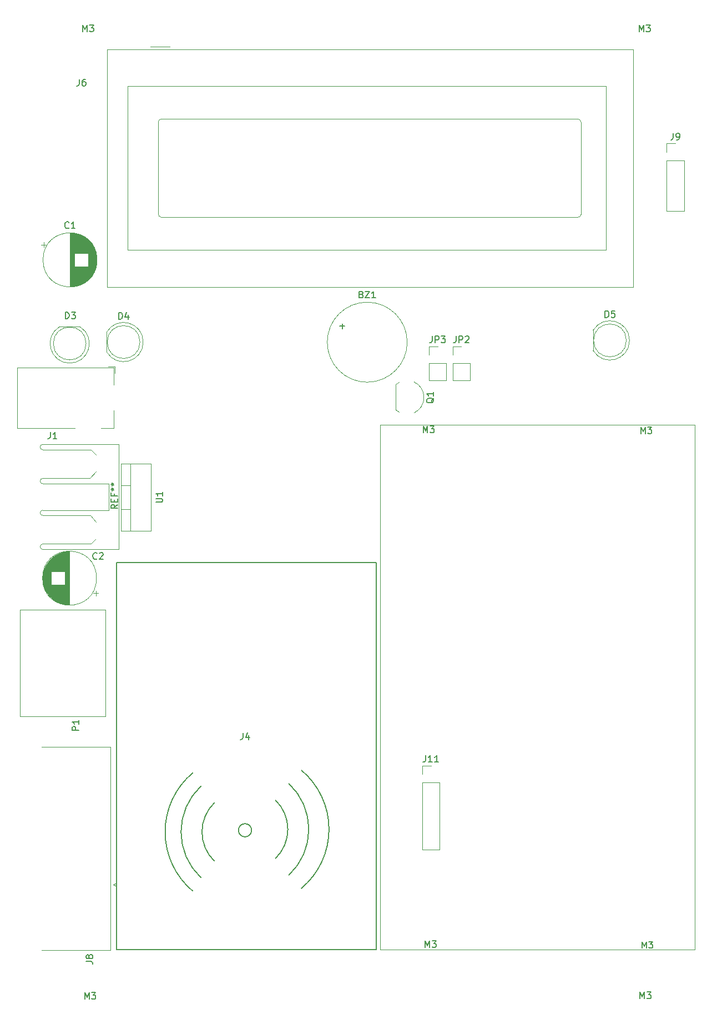
<source format=gbr>
G04 #@! TF.GenerationSoftware,KiCad,Pcbnew,5.1.8-db9833491~88~ubuntu18.04.1*
G04 #@! TF.CreationDate,2020-12-10T12:47:45+05:30*
G04 #@! TF.ProjectId,Permitme_main _sub_V1,5065726d-6974-46d6-955f-6d61696e205f,rev?*
G04 #@! TF.SameCoordinates,Original*
G04 #@! TF.FileFunction,Legend,Top*
G04 #@! TF.FilePolarity,Positive*
%FSLAX46Y46*%
G04 Gerber Fmt 4.6, Leading zero omitted, Abs format (unit mm)*
G04 Created by KiCad (PCBNEW 5.1.8-db9833491~88~ubuntu18.04.1) date 2020-12-10 12:47:45*
%MOMM*%
%LPD*%
G01*
G04 APERTURE LIST*
%ADD10C,0.100000*%
%ADD11C,0.120000*%
%ADD12C,0.200000*%
%ADD13C,0.150000*%
G04 APERTURE END LIST*
D10*
X136260000Y-161150000D02*
X136260000Y-81150000D01*
X88260000Y-161150000D02*
X136260000Y-161150000D01*
X136260000Y-81150000D02*
X88260000Y-81150000D01*
X88260000Y-81150000D02*
X88260000Y-161150000D01*
D11*
X48710000Y-90319000D02*
X50220000Y-90319000D01*
X48710000Y-94020000D02*
X50220000Y-94020000D01*
X50220000Y-97290000D02*
X50220000Y-87050000D01*
X48710000Y-87050000D02*
X53351000Y-87050000D01*
X48710000Y-97290000D02*
X53351000Y-97290000D01*
X53351000Y-97290000D02*
X53351000Y-87050000D01*
X48710000Y-97290000D02*
X48710000Y-87050000D01*
X46590000Y-66965000D02*
X46590000Y-70055000D01*
X51650000Y-68510000D02*
G75*
G03*
X51650000Y-68510000I-2500000J0D01*
G01*
X52140000Y-68509538D02*
G75*
G02*
X46590000Y-70054830I-2990000J-462D01*
G01*
X52140000Y-68510462D02*
G75*
G03*
X46590000Y-66965170I-2990000J462D01*
G01*
X125850000Y-68260000D02*
G75*
G03*
X125850000Y-68260000I-2500000J0D01*
G01*
X120790000Y-66715000D02*
X120790000Y-69805000D01*
X126340000Y-68260462D02*
G75*
G03*
X120790000Y-66715170I-2990000J462D01*
G01*
X126340000Y-68259538D02*
G75*
G02*
X120790000Y-69804830I-2990000J-462D01*
G01*
X92420000Y-68530000D02*
G75*
G03*
X92420000Y-68530000I-6100000J0D01*
G01*
X90680000Y-75010000D02*
X90680000Y-78860000D01*
X91257955Y-74627369D02*
G75*
G03*
X90680000Y-75010000I1122045J-2322631D01*
G01*
X93478807Y-74593600D02*
G75*
G02*
X94980000Y-76950000I-1098807J-2356400D01*
G01*
X93478807Y-79306400D02*
G75*
G03*
X94980000Y-76950000I-1098807J2356400D01*
G01*
X91267736Y-79252383D02*
G75*
G02*
X90680000Y-78860000I1112264J2302383D01*
G01*
X46350000Y-125560000D02*
X33350000Y-125560000D01*
X46350000Y-109360000D02*
X33350000Y-109360000D01*
X46350000Y-109360000D02*
X46350000Y-125560000D01*
X33350000Y-109360000D02*
X33350000Y-125560000D01*
X45020000Y-104510000D02*
G75*
G03*
X45020000Y-104510000I-4120000J0D01*
G01*
X40900000Y-108590000D02*
X40900000Y-100430000D01*
X40860000Y-108590000D02*
X40860000Y-100430000D01*
X40820000Y-108590000D02*
X40820000Y-100430000D01*
X40780000Y-108589000D02*
X40780000Y-100431000D01*
X40740000Y-108587000D02*
X40740000Y-100433000D01*
X40700000Y-108586000D02*
X40700000Y-100434000D01*
X40660000Y-108584000D02*
X40660000Y-100436000D01*
X40620000Y-108581000D02*
X40620000Y-100439000D01*
X40580000Y-108578000D02*
X40580000Y-100442000D01*
X40540000Y-108575000D02*
X40540000Y-100445000D01*
X40500000Y-108571000D02*
X40500000Y-100449000D01*
X40460000Y-108567000D02*
X40460000Y-100453000D01*
X40420000Y-108562000D02*
X40420000Y-100458000D01*
X40380000Y-108558000D02*
X40380000Y-100462000D01*
X40340000Y-108552000D02*
X40340000Y-100468000D01*
X40300000Y-108547000D02*
X40300000Y-100473000D01*
X40260000Y-108540000D02*
X40260000Y-100480000D01*
X40220000Y-108534000D02*
X40220000Y-100486000D01*
X40179000Y-108527000D02*
X40179000Y-105550000D01*
X40179000Y-103470000D02*
X40179000Y-100493000D01*
X40139000Y-108520000D02*
X40139000Y-105550000D01*
X40139000Y-103470000D02*
X40139000Y-100500000D01*
X40099000Y-108512000D02*
X40099000Y-105550000D01*
X40099000Y-103470000D02*
X40099000Y-100508000D01*
X40059000Y-108504000D02*
X40059000Y-105550000D01*
X40059000Y-103470000D02*
X40059000Y-100516000D01*
X40019000Y-108495000D02*
X40019000Y-105550000D01*
X40019000Y-103470000D02*
X40019000Y-100525000D01*
X39979000Y-108486000D02*
X39979000Y-105550000D01*
X39979000Y-103470000D02*
X39979000Y-100534000D01*
X39939000Y-108477000D02*
X39939000Y-105550000D01*
X39939000Y-103470000D02*
X39939000Y-100543000D01*
X39899000Y-108467000D02*
X39899000Y-105550000D01*
X39899000Y-103470000D02*
X39899000Y-100553000D01*
X39859000Y-108457000D02*
X39859000Y-105550000D01*
X39859000Y-103470000D02*
X39859000Y-100563000D01*
X39819000Y-108446000D02*
X39819000Y-105550000D01*
X39819000Y-103470000D02*
X39819000Y-100574000D01*
X39779000Y-108435000D02*
X39779000Y-105550000D01*
X39779000Y-103470000D02*
X39779000Y-100585000D01*
X39739000Y-108424000D02*
X39739000Y-105550000D01*
X39739000Y-103470000D02*
X39739000Y-100596000D01*
X39699000Y-108412000D02*
X39699000Y-105550000D01*
X39699000Y-103470000D02*
X39699000Y-100608000D01*
X39659000Y-108399000D02*
X39659000Y-105550000D01*
X39659000Y-103470000D02*
X39659000Y-100621000D01*
X39619000Y-108387000D02*
X39619000Y-105550000D01*
X39619000Y-103470000D02*
X39619000Y-100633000D01*
X39579000Y-108373000D02*
X39579000Y-105550000D01*
X39579000Y-103470000D02*
X39579000Y-100647000D01*
X39539000Y-108360000D02*
X39539000Y-105550000D01*
X39539000Y-103470000D02*
X39539000Y-100660000D01*
X39499000Y-108345000D02*
X39499000Y-105550000D01*
X39499000Y-103470000D02*
X39499000Y-100675000D01*
X39459000Y-108331000D02*
X39459000Y-105550000D01*
X39459000Y-103470000D02*
X39459000Y-100689000D01*
X39419000Y-108315000D02*
X39419000Y-105550000D01*
X39419000Y-103470000D02*
X39419000Y-100705000D01*
X39379000Y-108300000D02*
X39379000Y-105550000D01*
X39379000Y-103470000D02*
X39379000Y-100720000D01*
X39339000Y-108284000D02*
X39339000Y-105550000D01*
X39339000Y-103470000D02*
X39339000Y-100736000D01*
X39299000Y-108267000D02*
X39299000Y-105550000D01*
X39299000Y-103470000D02*
X39299000Y-100753000D01*
X39259000Y-108250000D02*
X39259000Y-105550000D01*
X39259000Y-103470000D02*
X39259000Y-100770000D01*
X39219000Y-108232000D02*
X39219000Y-105550000D01*
X39219000Y-103470000D02*
X39219000Y-100788000D01*
X39179000Y-108214000D02*
X39179000Y-105550000D01*
X39179000Y-103470000D02*
X39179000Y-100806000D01*
X39139000Y-108196000D02*
X39139000Y-105550000D01*
X39139000Y-103470000D02*
X39139000Y-100824000D01*
X39099000Y-108176000D02*
X39099000Y-105550000D01*
X39099000Y-103470000D02*
X39099000Y-100844000D01*
X39059000Y-108157000D02*
X39059000Y-105550000D01*
X39059000Y-103470000D02*
X39059000Y-100863000D01*
X39019000Y-108137000D02*
X39019000Y-105550000D01*
X39019000Y-103470000D02*
X39019000Y-100883000D01*
X38979000Y-108116000D02*
X38979000Y-105550000D01*
X38979000Y-103470000D02*
X38979000Y-100904000D01*
X38939000Y-108094000D02*
X38939000Y-105550000D01*
X38939000Y-103470000D02*
X38939000Y-100926000D01*
X38899000Y-108072000D02*
X38899000Y-105550000D01*
X38899000Y-103470000D02*
X38899000Y-100948000D01*
X38859000Y-108050000D02*
X38859000Y-105550000D01*
X38859000Y-103470000D02*
X38859000Y-100970000D01*
X38819000Y-108027000D02*
X38819000Y-105550000D01*
X38819000Y-103470000D02*
X38819000Y-100993000D01*
X38779000Y-108003000D02*
X38779000Y-105550000D01*
X38779000Y-103470000D02*
X38779000Y-101017000D01*
X38739000Y-107979000D02*
X38739000Y-105550000D01*
X38739000Y-103470000D02*
X38739000Y-101041000D01*
X38699000Y-107954000D02*
X38699000Y-105550000D01*
X38699000Y-103470000D02*
X38699000Y-101066000D01*
X38659000Y-107928000D02*
X38659000Y-105550000D01*
X38659000Y-103470000D02*
X38659000Y-101092000D01*
X38619000Y-107902000D02*
X38619000Y-105550000D01*
X38619000Y-103470000D02*
X38619000Y-101118000D01*
X38579000Y-107875000D02*
X38579000Y-105550000D01*
X38579000Y-103470000D02*
X38579000Y-101145000D01*
X38539000Y-107848000D02*
X38539000Y-105550000D01*
X38539000Y-103470000D02*
X38539000Y-101172000D01*
X38499000Y-107819000D02*
X38499000Y-105550000D01*
X38499000Y-103470000D02*
X38499000Y-101201000D01*
X38459000Y-107790000D02*
X38459000Y-105550000D01*
X38459000Y-103470000D02*
X38459000Y-101230000D01*
X38419000Y-107760000D02*
X38419000Y-105550000D01*
X38419000Y-103470000D02*
X38419000Y-101260000D01*
X38379000Y-107730000D02*
X38379000Y-105550000D01*
X38379000Y-103470000D02*
X38379000Y-101290000D01*
X38339000Y-107699000D02*
X38339000Y-105550000D01*
X38339000Y-103470000D02*
X38339000Y-101321000D01*
X38299000Y-107666000D02*
X38299000Y-105550000D01*
X38299000Y-103470000D02*
X38299000Y-101354000D01*
X38259000Y-107634000D02*
X38259000Y-105550000D01*
X38259000Y-103470000D02*
X38259000Y-101386000D01*
X38219000Y-107600000D02*
X38219000Y-105550000D01*
X38219000Y-103470000D02*
X38219000Y-101420000D01*
X38179000Y-107565000D02*
X38179000Y-105550000D01*
X38179000Y-103470000D02*
X38179000Y-101455000D01*
X38139000Y-107529000D02*
X38139000Y-105550000D01*
X38139000Y-103470000D02*
X38139000Y-101491000D01*
X38099000Y-107493000D02*
X38099000Y-101527000D01*
X38059000Y-107455000D02*
X38059000Y-101565000D01*
X38019000Y-107417000D02*
X38019000Y-101603000D01*
X37979000Y-107377000D02*
X37979000Y-101643000D01*
X37939000Y-107336000D02*
X37939000Y-101684000D01*
X37899000Y-107294000D02*
X37899000Y-101726000D01*
X37859000Y-107251000D02*
X37859000Y-101769000D01*
X37819000Y-107207000D02*
X37819000Y-101813000D01*
X37779000Y-107161000D02*
X37779000Y-101859000D01*
X37739000Y-107114000D02*
X37739000Y-101906000D01*
X37699000Y-107066000D02*
X37699000Y-101954000D01*
X37659000Y-107015000D02*
X37659000Y-102005000D01*
X37619000Y-106964000D02*
X37619000Y-102056000D01*
X37579000Y-106910000D02*
X37579000Y-102110000D01*
X37539000Y-106855000D02*
X37539000Y-102165000D01*
X37499000Y-106797000D02*
X37499000Y-102223000D01*
X37459000Y-106738000D02*
X37459000Y-102282000D01*
X37419000Y-106676000D02*
X37419000Y-102344000D01*
X37379000Y-106612000D02*
X37379000Y-102408000D01*
X37339000Y-106544000D02*
X37339000Y-102476000D01*
X37299000Y-106474000D02*
X37299000Y-102546000D01*
X37259000Y-106400000D02*
X37259000Y-102620000D01*
X37219000Y-106323000D02*
X37219000Y-102697000D01*
X37179000Y-106241000D02*
X37179000Y-102779000D01*
X37139000Y-106155000D02*
X37139000Y-102865000D01*
X37099000Y-106062000D02*
X37099000Y-102958000D01*
X37059000Y-105963000D02*
X37059000Y-103057000D01*
X37019000Y-105856000D02*
X37019000Y-103164000D01*
X36979000Y-105739000D02*
X36979000Y-103281000D01*
X36939000Y-105608000D02*
X36939000Y-103412000D01*
X36899000Y-105458000D02*
X36899000Y-103562000D01*
X36859000Y-105278000D02*
X36859000Y-103742000D01*
X36819000Y-105043000D02*
X36819000Y-103977000D01*
X45309698Y-106825000D02*
X44509698Y-106825000D01*
X44909698Y-107225000D02*
X44909698Y-106425000D01*
X36660000Y-130235000D02*
X47140000Y-130235000D01*
X47140000Y-130235000D02*
X47140000Y-161205000D01*
X47140000Y-161205000D02*
X36660000Y-161205000D01*
X48034338Y-151010000D02*
X48034338Y-151510000D01*
X48034338Y-151510000D02*
X47601325Y-151260000D01*
X47601325Y-151260000D02*
X48034338Y-151010000D01*
X99360000Y-69160000D02*
X100690000Y-69160000D01*
X99360000Y-70490000D02*
X99360000Y-69160000D01*
X99360000Y-71760000D02*
X102020000Y-71760000D01*
X102020000Y-71760000D02*
X102020000Y-74360000D01*
X99360000Y-71760000D02*
X99360000Y-74360000D01*
X99360000Y-74360000D02*
X102020000Y-74360000D01*
X36970302Y-53265000D02*
X36970302Y-54065000D01*
X36570302Y-53665000D02*
X37370302Y-53665000D01*
X45061000Y-55447000D02*
X45061000Y-56513000D01*
X45021000Y-55212000D02*
X45021000Y-56748000D01*
X44981000Y-55032000D02*
X44981000Y-56928000D01*
X44941000Y-54882000D02*
X44941000Y-57078000D01*
X44901000Y-54751000D02*
X44901000Y-57209000D01*
X44861000Y-54634000D02*
X44861000Y-57326000D01*
X44821000Y-54527000D02*
X44821000Y-57433000D01*
X44781000Y-54428000D02*
X44781000Y-57532000D01*
X44741000Y-54335000D02*
X44741000Y-57625000D01*
X44701000Y-54249000D02*
X44701000Y-57711000D01*
X44661000Y-54167000D02*
X44661000Y-57793000D01*
X44621000Y-54090000D02*
X44621000Y-57870000D01*
X44581000Y-54016000D02*
X44581000Y-57944000D01*
X44541000Y-53946000D02*
X44541000Y-58014000D01*
X44501000Y-53878000D02*
X44501000Y-58082000D01*
X44461000Y-53814000D02*
X44461000Y-58146000D01*
X44421000Y-53752000D02*
X44421000Y-58208000D01*
X44381000Y-53693000D02*
X44381000Y-58267000D01*
X44341000Y-53635000D02*
X44341000Y-58325000D01*
X44301000Y-53580000D02*
X44301000Y-58380000D01*
X44261000Y-53526000D02*
X44261000Y-58434000D01*
X44221000Y-53475000D02*
X44221000Y-58485000D01*
X44181000Y-53424000D02*
X44181000Y-58536000D01*
X44141000Y-53376000D02*
X44141000Y-58584000D01*
X44101000Y-53329000D02*
X44101000Y-58631000D01*
X44061000Y-53283000D02*
X44061000Y-58677000D01*
X44021000Y-53239000D02*
X44021000Y-58721000D01*
X43981000Y-53196000D02*
X43981000Y-58764000D01*
X43941000Y-53154000D02*
X43941000Y-58806000D01*
X43901000Y-53113000D02*
X43901000Y-58847000D01*
X43861000Y-53073000D02*
X43861000Y-58887000D01*
X43821000Y-53035000D02*
X43821000Y-58925000D01*
X43781000Y-52997000D02*
X43781000Y-58963000D01*
X43741000Y-57020000D02*
X43741000Y-58999000D01*
X43741000Y-52961000D02*
X43741000Y-54940000D01*
X43701000Y-57020000D02*
X43701000Y-59035000D01*
X43701000Y-52925000D02*
X43701000Y-54940000D01*
X43661000Y-57020000D02*
X43661000Y-59070000D01*
X43661000Y-52890000D02*
X43661000Y-54940000D01*
X43621000Y-57020000D02*
X43621000Y-59104000D01*
X43621000Y-52856000D02*
X43621000Y-54940000D01*
X43581000Y-57020000D02*
X43581000Y-59136000D01*
X43581000Y-52824000D02*
X43581000Y-54940000D01*
X43541000Y-57020000D02*
X43541000Y-59169000D01*
X43541000Y-52791000D02*
X43541000Y-54940000D01*
X43501000Y-57020000D02*
X43501000Y-59200000D01*
X43501000Y-52760000D02*
X43501000Y-54940000D01*
X43461000Y-57020000D02*
X43461000Y-59230000D01*
X43461000Y-52730000D02*
X43461000Y-54940000D01*
X43421000Y-57020000D02*
X43421000Y-59260000D01*
X43421000Y-52700000D02*
X43421000Y-54940000D01*
X43381000Y-57020000D02*
X43381000Y-59289000D01*
X43381000Y-52671000D02*
X43381000Y-54940000D01*
X43341000Y-57020000D02*
X43341000Y-59318000D01*
X43341000Y-52642000D02*
X43341000Y-54940000D01*
X43301000Y-57020000D02*
X43301000Y-59345000D01*
X43301000Y-52615000D02*
X43301000Y-54940000D01*
X43261000Y-57020000D02*
X43261000Y-59372000D01*
X43261000Y-52588000D02*
X43261000Y-54940000D01*
X43221000Y-57020000D02*
X43221000Y-59398000D01*
X43221000Y-52562000D02*
X43221000Y-54940000D01*
X43181000Y-57020000D02*
X43181000Y-59424000D01*
X43181000Y-52536000D02*
X43181000Y-54940000D01*
X43141000Y-57020000D02*
X43141000Y-59449000D01*
X43141000Y-52511000D02*
X43141000Y-54940000D01*
X43101000Y-57020000D02*
X43101000Y-59473000D01*
X43101000Y-52487000D02*
X43101000Y-54940000D01*
X43061000Y-57020000D02*
X43061000Y-59497000D01*
X43061000Y-52463000D02*
X43061000Y-54940000D01*
X43021000Y-57020000D02*
X43021000Y-59520000D01*
X43021000Y-52440000D02*
X43021000Y-54940000D01*
X42981000Y-57020000D02*
X42981000Y-59542000D01*
X42981000Y-52418000D02*
X42981000Y-54940000D01*
X42941000Y-57020000D02*
X42941000Y-59564000D01*
X42941000Y-52396000D02*
X42941000Y-54940000D01*
X42901000Y-57020000D02*
X42901000Y-59586000D01*
X42901000Y-52374000D02*
X42901000Y-54940000D01*
X42861000Y-57020000D02*
X42861000Y-59607000D01*
X42861000Y-52353000D02*
X42861000Y-54940000D01*
X42821000Y-57020000D02*
X42821000Y-59627000D01*
X42821000Y-52333000D02*
X42821000Y-54940000D01*
X42781000Y-57020000D02*
X42781000Y-59646000D01*
X42781000Y-52314000D02*
X42781000Y-54940000D01*
X42741000Y-57020000D02*
X42741000Y-59666000D01*
X42741000Y-52294000D02*
X42741000Y-54940000D01*
X42701000Y-57020000D02*
X42701000Y-59684000D01*
X42701000Y-52276000D02*
X42701000Y-54940000D01*
X42661000Y-57020000D02*
X42661000Y-59702000D01*
X42661000Y-52258000D02*
X42661000Y-54940000D01*
X42621000Y-57020000D02*
X42621000Y-59720000D01*
X42621000Y-52240000D02*
X42621000Y-54940000D01*
X42581000Y-57020000D02*
X42581000Y-59737000D01*
X42581000Y-52223000D02*
X42581000Y-54940000D01*
X42541000Y-57020000D02*
X42541000Y-59754000D01*
X42541000Y-52206000D02*
X42541000Y-54940000D01*
X42501000Y-57020000D02*
X42501000Y-59770000D01*
X42501000Y-52190000D02*
X42501000Y-54940000D01*
X42461000Y-57020000D02*
X42461000Y-59785000D01*
X42461000Y-52175000D02*
X42461000Y-54940000D01*
X42421000Y-57020000D02*
X42421000Y-59801000D01*
X42421000Y-52159000D02*
X42421000Y-54940000D01*
X42381000Y-57020000D02*
X42381000Y-59815000D01*
X42381000Y-52145000D02*
X42381000Y-54940000D01*
X42341000Y-57020000D02*
X42341000Y-59830000D01*
X42341000Y-52130000D02*
X42341000Y-54940000D01*
X42301000Y-57020000D02*
X42301000Y-59843000D01*
X42301000Y-52117000D02*
X42301000Y-54940000D01*
X42261000Y-57020000D02*
X42261000Y-59857000D01*
X42261000Y-52103000D02*
X42261000Y-54940000D01*
X42221000Y-57020000D02*
X42221000Y-59869000D01*
X42221000Y-52091000D02*
X42221000Y-54940000D01*
X42181000Y-57020000D02*
X42181000Y-59882000D01*
X42181000Y-52078000D02*
X42181000Y-54940000D01*
X42141000Y-57020000D02*
X42141000Y-59894000D01*
X42141000Y-52066000D02*
X42141000Y-54940000D01*
X42101000Y-57020000D02*
X42101000Y-59905000D01*
X42101000Y-52055000D02*
X42101000Y-54940000D01*
X42061000Y-57020000D02*
X42061000Y-59916000D01*
X42061000Y-52044000D02*
X42061000Y-54940000D01*
X42021000Y-57020000D02*
X42021000Y-59927000D01*
X42021000Y-52033000D02*
X42021000Y-54940000D01*
X41981000Y-57020000D02*
X41981000Y-59937000D01*
X41981000Y-52023000D02*
X41981000Y-54940000D01*
X41941000Y-57020000D02*
X41941000Y-59947000D01*
X41941000Y-52013000D02*
X41941000Y-54940000D01*
X41901000Y-57020000D02*
X41901000Y-59956000D01*
X41901000Y-52004000D02*
X41901000Y-54940000D01*
X41861000Y-57020000D02*
X41861000Y-59965000D01*
X41861000Y-51995000D02*
X41861000Y-54940000D01*
X41821000Y-57020000D02*
X41821000Y-59974000D01*
X41821000Y-51986000D02*
X41821000Y-54940000D01*
X41781000Y-57020000D02*
X41781000Y-59982000D01*
X41781000Y-51978000D02*
X41781000Y-54940000D01*
X41741000Y-57020000D02*
X41741000Y-59990000D01*
X41741000Y-51970000D02*
X41741000Y-54940000D01*
X41701000Y-57020000D02*
X41701000Y-59997000D01*
X41701000Y-51963000D02*
X41701000Y-54940000D01*
X41660000Y-51956000D02*
X41660000Y-60004000D01*
X41620000Y-51950000D02*
X41620000Y-60010000D01*
X41580000Y-51943000D02*
X41580000Y-60017000D01*
X41540000Y-51938000D02*
X41540000Y-60022000D01*
X41500000Y-51932000D02*
X41500000Y-60028000D01*
X41460000Y-51928000D02*
X41460000Y-60032000D01*
X41420000Y-51923000D02*
X41420000Y-60037000D01*
X41380000Y-51919000D02*
X41380000Y-60041000D01*
X41340000Y-51915000D02*
X41340000Y-60045000D01*
X41300000Y-51912000D02*
X41300000Y-60048000D01*
X41260000Y-51909000D02*
X41260000Y-60051000D01*
X41220000Y-51906000D02*
X41220000Y-60054000D01*
X41180000Y-51904000D02*
X41180000Y-60056000D01*
X41140000Y-51903000D02*
X41140000Y-60057000D01*
X41100000Y-51901000D02*
X41100000Y-60059000D01*
X41060000Y-51900000D02*
X41060000Y-60060000D01*
X41020000Y-51900000D02*
X41020000Y-60060000D01*
X40980000Y-51900000D02*
X40980000Y-60060000D01*
X45100000Y-55980000D02*
G75*
G03*
X45100000Y-55980000I-4120000J0D01*
G01*
X46600000Y-60140000D02*
X126880000Y-60140000D01*
X126880000Y-60140000D02*
X126880000Y-23860000D01*
X126880000Y-23860000D02*
X47400000Y-23860000D01*
X46600000Y-23860000D02*
X46600000Y-60140000D01*
X46610000Y-23860000D02*
X47400000Y-23860000D01*
X53240000Y-23500000D02*
X56240000Y-23500000D01*
X54940000Y-34500000D02*
X118440000Y-34500000D01*
X54440280Y-48999320D02*
X54440280Y-35000000D01*
X118440660Y-49500000D02*
X54940000Y-49500000D01*
X118940000Y-35000000D02*
X118940000Y-49000000D01*
X49740000Y-29500000D02*
X122740000Y-29500000D01*
X122740000Y-29500000D02*
X122740000Y-54500000D01*
X122740000Y-54500000D02*
X49740000Y-54500000D01*
X49740000Y-54500000D02*
X49740000Y-29500000D01*
X54940660Y-34498460D02*
G75*
G03*
X54440280Y-34998840I0J-500380D01*
G01*
X54440280Y-48999320D02*
G75*
G03*
X54940660Y-49499700I500380J0D01*
G01*
X118440660Y-49499700D02*
G75*
G03*
X118941040Y-48999320I0J500380D01*
G01*
X118940000Y-35000000D02*
G75*
G03*
X118440000Y-34500000I-500000J0D01*
G01*
X132000000Y-48510000D02*
X134660000Y-48510000D01*
X132000000Y-40830000D02*
X132000000Y-48510000D01*
X134660000Y-40830000D02*
X134660000Y-48510000D01*
X132000000Y-40830000D02*
X134660000Y-40830000D01*
X132000000Y-39560000D02*
X132000000Y-38230000D01*
X132000000Y-38230000D02*
X133330000Y-38230000D01*
X94710000Y-145906000D02*
X97370000Y-145906000D01*
X94710000Y-135686000D02*
X94710000Y-145906000D01*
X97370000Y-135686000D02*
X97370000Y-145906000D01*
X94710000Y-135686000D02*
X97370000Y-135686000D01*
X94710000Y-134416000D02*
X94710000Y-133086000D01*
X94710000Y-133086000D02*
X96040000Y-133086000D01*
X48430000Y-100110000D02*
X48430000Y-84110000D01*
X36880000Y-99290000D02*
X44200000Y-99290000D01*
X36840000Y-84950000D02*
X44210000Y-84950000D01*
X44060000Y-94930000D02*
X36820000Y-94940000D01*
X44200000Y-99290000D02*
X44940000Y-98460000D01*
X46890000Y-94150000D02*
X36810000Y-94139875D01*
X36850000Y-100130000D02*
X48408044Y-100131956D01*
X44910000Y-95930000D02*
X44060000Y-94930000D01*
X46890000Y-94150000D02*
X46890000Y-90130000D01*
X46890000Y-90130000D02*
X36860000Y-90120000D01*
X36840000Y-84110000D02*
X48430000Y-84110000D01*
X44970000Y-88260000D02*
X44050000Y-89290000D01*
X44210000Y-84950000D02*
X44940000Y-85740000D01*
X44050000Y-89290000D02*
X36842000Y-89280005D01*
X36840000Y-84950000D02*
G75*
G02*
X36840000Y-84110000I0J420000D01*
G01*
X36840000Y-90120000D02*
G75*
G02*
X36842000Y-89280005I2000J419995D01*
G01*
X36820000Y-94940000D02*
G75*
G02*
X36810000Y-94139875I0J400125D01*
G01*
X36840000Y-100130000D02*
G75*
G02*
X36840000Y-99290000I0J420000D01*
G01*
D12*
X68671997Y-142943921D02*
G75*
G03*
X68671997Y-142943921I-999997J0D01*
G01*
D13*
X87690000Y-102160000D02*
X48090000Y-102160000D01*
X87690000Y-102160000D02*
X87690000Y-161160000D01*
X87690000Y-161160000D02*
X48090000Y-161160000D01*
X48090000Y-102160000D02*
X48090000Y-161160000D01*
D12*
X72327572Y-138359381D02*
G75*
G02*
X72312910Y-147251101I-4300648J-4438781D01*
G01*
X74360543Y-135820354D02*
G75*
G02*
X74361318Y-149791075I-6490810J-6985721D01*
G01*
X76275624Y-133790298D02*
G75*
G02*
X76281330Y-151795085I-7524316J-9004779D01*
G01*
X62989861Y-147639737D02*
G75*
G02*
X63004522Y-138748019I4300647J4438780D01*
G01*
X60956889Y-150178765D02*
G75*
G02*
X60956114Y-136208044I6490810J6985721D01*
G01*
X59695706Y-152208822D02*
G75*
G02*
X59690000Y-134204035I7524316J9004779D01*
G01*
D11*
X95730000Y-74360000D02*
X98390000Y-74360000D01*
X95730000Y-71760000D02*
X95730000Y-74360000D01*
X98390000Y-71760000D02*
X98390000Y-74360000D01*
X95730000Y-71760000D02*
X98390000Y-71760000D01*
X95730000Y-70490000D02*
X95730000Y-69160000D01*
X95730000Y-69160000D02*
X97060000Y-69160000D01*
X47840000Y-73290000D02*
X47840000Y-72240000D01*
X46790000Y-72240000D02*
X47840000Y-72240000D01*
X41740000Y-81640000D02*
X32940000Y-81640000D01*
X32940000Y-81640000D02*
X32940000Y-72440000D01*
X47640000Y-78940000D02*
X47640000Y-81640000D01*
X47640000Y-81640000D02*
X45740000Y-81640000D01*
X32940000Y-72440000D02*
X47640000Y-72440000D01*
X47640000Y-72440000D02*
X47640000Y-75040000D01*
X43430000Y-68730000D02*
G75*
G03*
X43430000Y-68730000I-2500000J0D01*
G01*
X42475000Y-66170000D02*
X39385000Y-66170000D01*
X40929538Y-71720000D02*
G75*
G03*
X42474830Y-66170000I462J2990000D01*
G01*
X40930462Y-71720000D02*
G75*
G02*
X39385170Y-66170000I-462J2990000D01*
G01*
D13*
X54092380Y-92931904D02*
X54901904Y-92931904D01*
X54997142Y-92884285D01*
X55044761Y-92836666D01*
X55092380Y-92741428D01*
X55092380Y-92550952D01*
X55044761Y-92455714D01*
X54997142Y-92408095D01*
X54901904Y-92360476D01*
X54092380Y-92360476D01*
X55092380Y-91360476D02*
X55092380Y-91931904D01*
X55092380Y-91646190D02*
X54092380Y-91646190D01*
X54235238Y-91741428D01*
X54330476Y-91836666D01*
X54378095Y-91931904D01*
X48411904Y-65002380D02*
X48411904Y-64002380D01*
X48650000Y-64002380D01*
X48792857Y-64050000D01*
X48888095Y-64145238D01*
X48935714Y-64240476D01*
X48983333Y-64430952D01*
X48983333Y-64573809D01*
X48935714Y-64764285D01*
X48888095Y-64859523D01*
X48792857Y-64954761D01*
X48650000Y-65002380D01*
X48411904Y-65002380D01*
X49840476Y-64335714D02*
X49840476Y-65002380D01*
X49602380Y-63954761D02*
X49364285Y-64669047D01*
X49983333Y-64669047D01*
X122611904Y-64752380D02*
X122611904Y-63752380D01*
X122850000Y-63752380D01*
X122992857Y-63800000D01*
X123088095Y-63895238D01*
X123135714Y-63990476D01*
X123183333Y-64180952D01*
X123183333Y-64323809D01*
X123135714Y-64514285D01*
X123088095Y-64609523D01*
X122992857Y-64704761D01*
X122850000Y-64752380D01*
X122611904Y-64752380D01*
X124088095Y-63752380D02*
X123611904Y-63752380D01*
X123564285Y-64228571D01*
X123611904Y-64180952D01*
X123707142Y-64133333D01*
X123945238Y-64133333D01*
X124040476Y-64180952D01*
X124088095Y-64228571D01*
X124135714Y-64323809D01*
X124135714Y-64561904D01*
X124088095Y-64657142D01*
X124040476Y-64704761D01*
X123945238Y-64752380D01*
X123707142Y-64752380D01*
X123611904Y-64704761D01*
X123564285Y-64657142D01*
X43220476Y-168692380D02*
X43220476Y-167692380D01*
X43553809Y-168406666D01*
X43887142Y-167692380D01*
X43887142Y-168692380D01*
X44268095Y-167692380D02*
X44887142Y-167692380D01*
X44553809Y-168073333D01*
X44696666Y-168073333D01*
X44791904Y-168120952D01*
X44839523Y-168168571D01*
X44887142Y-168263809D01*
X44887142Y-168501904D01*
X44839523Y-168597142D01*
X44791904Y-168644761D01*
X44696666Y-168692380D01*
X44410952Y-168692380D01*
X44315714Y-168644761D01*
X44268095Y-168597142D01*
X85439047Y-61258571D02*
X85581904Y-61306190D01*
X85629523Y-61353809D01*
X85677142Y-61449047D01*
X85677142Y-61591904D01*
X85629523Y-61687142D01*
X85581904Y-61734761D01*
X85486666Y-61782380D01*
X85105714Y-61782380D01*
X85105714Y-60782380D01*
X85439047Y-60782380D01*
X85534285Y-60830000D01*
X85581904Y-60877619D01*
X85629523Y-60972857D01*
X85629523Y-61068095D01*
X85581904Y-61163333D01*
X85534285Y-61210952D01*
X85439047Y-61258571D01*
X85105714Y-61258571D01*
X86010476Y-60782380D02*
X86677142Y-60782380D01*
X86010476Y-61782380D01*
X86677142Y-61782380D01*
X87581904Y-61782380D02*
X87010476Y-61782380D01*
X87296190Y-61782380D02*
X87296190Y-60782380D01*
X87200952Y-60925238D01*
X87105714Y-61020476D01*
X87010476Y-61068095D01*
X82129047Y-66061428D02*
X82890952Y-66061428D01*
X82510000Y-66442380D02*
X82510000Y-65680476D01*
X96487619Y-77045238D02*
X96440000Y-77140476D01*
X96344761Y-77235714D01*
X96201904Y-77378571D01*
X96154285Y-77473809D01*
X96154285Y-77569047D01*
X96392380Y-77521428D02*
X96344761Y-77616666D01*
X96249523Y-77711904D01*
X96059047Y-77759523D01*
X95725714Y-77759523D01*
X95535238Y-77711904D01*
X95440000Y-77616666D01*
X95392380Y-77521428D01*
X95392380Y-77330952D01*
X95440000Y-77235714D01*
X95535238Y-77140476D01*
X95725714Y-77092857D01*
X96059047Y-77092857D01*
X96249523Y-77140476D01*
X96344761Y-77235714D01*
X96392380Y-77330952D01*
X96392380Y-77521428D01*
X96392380Y-76140476D02*
X96392380Y-76711904D01*
X96392380Y-76426190D02*
X95392380Y-76426190D01*
X95535238Y-76521428D01*
X95630476Y-76616666D01*
X95678095Y-76711904D01*
X42322380Y-127678095D02*
X41322380Y-127678095D01*
X41322380Y-127297142D01*
X41370000Y-127201904D01*
X41417619Y-127154285D01*
X41512857Y-127106666D01*
X41655714Y-127106666D01*
X41750952Y-127154285D01*
X41798571Y-127201904D01*
X41846190Y-127297142D01*
X41846190Y-127678095D01*
X42322380Y-126154285D02*
X42322380Y-126725714D01*
X42322380Y-126440000D02*
X41322380Y-126440000D01*
X41465238Y-126535238D01*
X41560476Y-126630476D01*
X41608095Y-126725714D01*
X95160476Y-160802380D02*
X95160476Y-159802380D01*
X95493809Y-160516666D01*
X95827142Y-159802380D01*
X95827142Y-160802380D01*
X96208095Y-159802380D02*
X96827142Y-159802380D01*
X96493809Y-160183333D01*
X96636666Y-160183333D01*
X96731904Y-160230952D01*
X96779523Y-160278571D01*
X96827142Y-160373809D01*
X96827142Y-160611904D01*
X96779523Y-160707142D01*
X96731904Y-160754761D01*
X96636666Y-160802380D01*
X96350952Y-160802380D01*
X96255714Y-160754761D01*
X96208095Y-160707142D01*
X45073333Y-101537142D02*
X45025714Y-101584761D01*
X44882857Y-101632380D01*
X44787619Y-101632380D01*
X44644761Y-101584761D01*
X44549523Y-101489523D01*
X44501904Y-101394285D01*
X44454285Y-101203809D01*
X44454285Y-101060952D01*
X44501904Y-100870476D01*
X44549523Y-100775238D01*
X44644761Y-100680000D01*
X44787619Y-100632380D01*
X44882857Y-100632380D01*
X45025714Y-100680000D01*
X45073333Y-100727619D01*
X45454285Y-100727619D02*
X45501904Y-100680000D01*
X45597142Y-100632380D01*
X45835238Y-100632380D01*
X45930476Y-100680000D01*
X45978095Y-100727619D01*
X46025714Y-100822857D01*
X46025714Y-100918095D01*
X45978095Y-101060952D01*
X45406666Y-101632380D01*
X46025714Y-101632380D01*
X128230476Y-160912380D02*
X128230476Y-159912380D01*
X128563809Y-160626666D01*
X128897142Y-159912380D01*
X128897142Y-160912380D01*
X129278095Y-159912380D02*
X129897142Y-159912380D01*
X129563809Y-160293333D01*
X129706666Y-160293333D01*
X129801904Y-160340952D01*
X129849523Y-160388571D01*
X129897142Y-160483809D01*
X129897142Y-160721904D01*
X129849523Y-160817142D01*
X129801904Y-160864761D01*
X129706666Y-160912380D01*
X129420952Y-160912380D01*
X129325714Y-160864761D01*
X129278095Y-160817142D01*
X128060476Y-82462380D02*
X128060476Y-81462380D01*
X128393809Y-82176666D01*
X128727142Y-81462380D01*
X128727142Y-82462380D01*
X129108095Y-81462380D02*
X129727142Y-81462380D01*
X129393809Y-81843333D01*
X129536666Y-81843333D01*
X129631904Y-81890952D01*
X129679523Y-81938571D01*
X129727142Y-82033809D01*
X129727142Y-82271904D01*
X129679523Y-82367142D01*
X129631904Y-82414761D01*
X129536666Y-82462380D01*
X129250952Y-82462380D01*
X129155714Y-82414761D01*
X129108095Y-82367142D01*
X127950476Y-168612380D02*
X127950476Y-167612380D01*
X128283809Y-168326666D01*
X128617142Y-167612380D01*
X128617142Y-168612380D01*
X128998095Y-167612380D02*
X129617142Y-167612380D01*
X129283809Y-167993333D01*
X129426666Y-167993333D01*
X129521904Y-168040952D01*
X129569523Y-168088571D01*
X129617142Y-168183809D01*
X129617142Y-168421904D01*
X129569523Y-168517142D01*
X129521904Y-168564761D01*
X129426666Y-168612380D01*
X129140952Y-168612380D01*
X129045714Y-168564761D01*
X128998095Y-168517142D01*
X43442380Y-162943333D02*
X44156666Y-162943333D01*
X44299523Y-162990952D01*
X44394761Y-163086190D01*
X44442380Y-163229047D01*
X44442380Y-163324285D01*
X43870952Y-162324285D02*
X43823333Y-162419523D01*
X43775714Y-162467142D01*
X43680476Y-162514761D01*
X43632857Y-162514761D01*
X43537619Y-162467142D01*
X43490000Y-162419523D01*
X43442380Y-162324285D01*
X43442380Y-162133809D01*
X43490000Y-162038571D01*
X43537619Y-161990952D01*
X43632857Y-161943333D01*
X43680476Y-161943333D01*
X43775714Y-161990952D01*
X43823333Y-162038571D01*
X43870952Y-162133809D01*
X43870952Y-162324285D01*
X43918571Y-162419523D01*
X43966190Y-162467142D01*
X44061428Y-162514761D01*
X44251904Y-162514761D01*
X44347142Y-162467142D01*
X44394761Y-162419523D01*
X44442380Y-162324285D01*
X44442380Y-162133809D01*
X44394761Y-162038571D01*
X44347142Y-161990952D01*
X44251904Y-161943333D01*
X44061428Y-161943333D01*
X43966190Y-161990952D01*
X43918571Y-162038571D01*
X43870952Y-162133809D01*
X99856666Y-67612380D02*
X99856666Y-68326666D01*
X99809047Y-68469523D01*
X99713809Y-68564761D01*
X99570952Y-68612380D01*
X99475714Y-68612380D01*
X100332857Y-68612380D02*
X100332857Y-67612380D01*
X100713809Y-67612380D01*
X100809047Y-67660000D01*
X100856666Y-67707619D01*
X100904285Y-67802857D01*
X100904285Y-67945714D01*
X100856666Y-68040952D01*
X100809047Y-68088571D01*
X100713809Y-68136190D01*
X100332857Y-68136190D01*
X101285238Y-67707619D02*
X101332857Y-67660000D01*
X101428095Y-67612380D01*
X101666190Y-67612380D01*
X101761428Y-67660000D01*
X101809047Y-67707619D01*
X101856666Y-67802857D01*
X101856666Y-67898095D01*
X101809047Y-68040952D01*
X101237619Y-68612380D01*
X101856666Y-68612380D01*
X94860476Y-82332380D02*
X94860476Y-81332380D01*
X95193809Y-82046666D01*
X95527142Y-81332380D01*
X95527142Y-82332380D01*
X95908095Y-81332380D02*
X96527142Y-81332380D01*
X96193809Y-81713333D01*
X96336666Y-81713333D01*
X96431904Y-81760952D01*
X96479523Y-81808571D01*
X96527142Y-81903809D01*
X96527142Y-82141904D01*
X96479523Y-82237142D01*
X96431904Y-82284761D01*
X96336666Y-82332380D01*
X96050952Y-82332380D01*
X95955714Y-82284761D01*
X95908095Y-82237142D01*
X40813333Y-51087142D02*
X40765714Y-51134761D01*
X40622857Y-51182380D01*
X40527619Y-51182380D01*
X40384761Y-51134761D01*
X40289523Y-51039523D01*
X40241904Y-50944285D01*
X40194285Y-50753809D01*
X40194285Y-50610952D01*
X40241904Y-50420476D01*
X40289523Y-50325238D01*
X40384761Y-50230000D01*
X40527619Y-50182380D01*
X40622857Y-50182380D01*
X40765714Y-50230000D01*
X40813333Y-50277619D01*
X41765714Y-51182380D02*
X41194285Y-51182380D01*
X41480000Y-51182380D02*
X41480000Y-50182380D01*
X41384761Y-50325238D01*
X41289523Y-50420476D01*
X41194285Y-50468095D01*
X42386666Y-28442380D02*
X42386666Y-29156666D01*
X42339047Y-29299523D01*
X42243809Y-29394761D01*
X42100952Y-29442380D01*
X42005714Y-29442380D01*
X43291428Y-28442380D02*
X43100952Y-28442380D01*
X43005714Y-28490000D01*
X42958095Y-28537619D01*
X42862857Y-28680476D01*
X42815238Y-28870952D01*
X42815238Y-29251904D01*
X42862857Y-29347142D01*
X42910476Y-29394761D01*
X43005714Y-29442380D01*
X43196190Y-29442380D01*
X43291428Y-29394761D01*
X43339047Y-29347142D01*
X43386666Y-29251904D01*
X43386666Y-29013809D01*
X43339047Y-28918571D01*
X43291428Y-28870952D01*
X43196190Y-28823333D01*
X43005714Y-28823333D01*
X42910476Y-28870952D01*
X42862857Y-28918571D01*
X42815238Y-29013809D01*
X132996666Y-36682380D02*
X132996666Y-37396666D01*
X132949047Y-37539523D01*
X132853809Y-37634761D01*
X132710952Y-37682380D01*
X132615714Y-37682380D01*
X133520476Y-37682380D02*
X133710952Y-37682380D01*
X133806190Y-37634761D01*
X133853809Y-37587142D01*
X133949047Y-37444285D01*
X133996666Y-37253809D01*
X133996666Y-36872857D01*
X133949047Y-36777619D01*
X133901428Y-36730000D01*
X133806190Y-36682380D01*
X133615714Y-36682380D01*
X133520476Y-36730000D01*
X133472857Y-36777619D01*
X133425238Y-36872857D01*
X133425238Y-37110952D01*
X133472857Y-37206190D01*
X133520476Y-37253809D01*
X133615714Y-37301428D01*
X133806190Y-37301428D01*
X133901428Y-37253809D01*
X133949047Y-37206190D01*
X133996666Y-37110952D01*
X95230476Y-131538380D02*
X95230476Y-132252666D01*
X95182857Y-132395523D01*
X95087619Y-132490761D01*
X94944761Y-132538380D01*
X94849523Y-132538380D01*
X96230476Y-132538380D02*
X95659047Y-132538380D01*
X95944761Y-132538380D02*
X95944761Y-131538380D01*
X95849523Y-131681238D01*
X95754285Y-131776476D01*
X95659047Y-131824095D01*
X97182857Y-132538380D02*
X96611428Y-132538380D01*
X96897142Y-132538380D02*
X96897142Y-131538380D01*
X96801904Y-131681238D01*
X96706666Y-131776476D01*
X96611428Y-131824095D01*
X48242380Y-93293333D02*
X47766190Y-93626666D01*
X48242380Y-93864761D02*
X47242380Y-93864761D01*
X47242380Y-93483809D01*
X47290000Y-93388571D01*
X47337619Y-93340952D01*
X47432857Y-93293333D01*
X47575714Y-93293333D01*
X47670952Y-93340952D01*
X47718571Y-93388571D01*
X47766190Y-93483809D01*
X47766190Y-93864761D01*
X47718571Y-92864761D02*
X47718571Y-92531428D01*
X48242380Y-92388571D02*
X48242380Y-92864761D01*
X47242380Y-92864761D01*
X47242380Y-92388571D01*
X47718571Y-91626666D02*
X47718571Y-91960000D01*
X48242380Y-91960000D02*
X47242380Y-91960000D01*
X47242380Y-91483809D01*
X47242380Y-90960000D02*
X47480476Y-90960000D01*
X47385238Y-91198095D02*
X47480476Y-90960000D01*
X47385238Y-90721904D01*
X47670952Y-91102857D02*
X47480476Y-90960000D01*
X47670952Y-90817142D01*
X47242380Y-90198095D02*
X47480476Y-90198095D01*
X47385238Y-90436190D02*
X47480476Y-90198095D01*
X47385238Y-89960000D01*
X47670952Y-90340952D02*
X47480476Y-90198095D01*
X47670952Y-90055238D01*
X67356666Y-128112380D02*
X67356666Y-128826666D01*
X67309047Y-128969523D01*
X67213809Y-129064761D01*
X67070952Y-129112380D01*
X66975714Y-129112380D01*
X68261428Y-128445714D02*
X68261428Y-129112380D01*
X68023333Y-128064761D02*
X67785238Y-128779047D01*
X68404285Y-128779047D01*
X96226666Y-67612380D02*
X96226666Y-68326666D01*
X96179047Y-68469523D01*
X96083809Y-68564761D01*
X95940952Y-68612380D01*
X95845714Y-68612380D01*
X96702857Y-68612380D02*
X96702857Y-67612380D01*
X97083809Y-67612380D01*
X97179047Y-67660000D01*
X97226666Y-67707619D01*
X97274285Y-67802857D01*
X97274285Y-67945714D01*
X97226666Y-68040952D01*
X97179047Y-68088571D01*
X97083809Y-68136190D01*
X96702857Y-68136190D01*
X97607619Y-67612380D02*
X98226666Y-67612380D01*
X97893333Y-67993333D01*
X98036190Y-67993333D01*
X98131428Y-68040952D01*
X98179047Y-68088571D01*
X98226666Y-68183809D01*
X98226666Y-68421904D01*
X98179047Y-68517142D01*
X98131428Y-68564761D01*
X98036190Y-68612380D01*
X97750476Y-68612380D01*
X97655238Y-68564761D01*
X97607619Y-68517142D01*
X42910476Y-21172380D02*
X42910476Y-20172380D01*
X43243809Y-20886666D01*
X43577142Y-20172380D01*
X43577142Y-21172380D01*
X43958095Y-20172380D02*
X44577142Y-20172380D01*
X44243809Y-20553333D01*
X44386666Y-20553333D01*
X44481904Y-20600952D01*
X44529523Y-20648571D01*
X44577142Y-20743809D01*
X44577142Y-20981904D01*
X44529523Y-21077142D01*
X44481904Y-21124761D01*
X44386666Y-21172380D01*
X44100952Y-21172380D01*
X44005714Y-21124761D01*
X43958095Y-21077142D01*
X37956666Y-82242380D02*
X37956666Y-82956666D01*
X37909047Y-83099523D01*
X37813809Y-83194761D01*
X37670952Y-83242380D01*
X37575714Y-83242380D01*
X38956666Y-83242380D02*
X38385238Y-83242380D01*
X38670952Y-83242380D02*
X38670952Y-82242380D01*
X38575714Y-82385238D01*
X38480476Y-82480476D01*
X38385238Y-82528095D01*
X127820476Y-21202380D02*
X127820476Y-20202380D01*
X128153809Y-20916666D01*
X128487142Y-20202380D01*
X128487142Y-21202380D01*
X128868095Y-20202380D02*
X129487142Y-20202380D01*
X129153809Y-20583333D01*
X129296666Y-20583333D01*
X129391904Y-20630952D01*
X129439523Y-20678571D01*
X129487142Y-20773809D01*
X129487142Y-21011904D01*
X129439523Y-21107142D01*
X129391904Y-21154761D01*
X129296666Y-21202380D01*
X129010952Y-21202380D01*
X128915714Y-21154761D01*
X128868095Y-21107142D01*
X40271904Y-64952380D02*
X40271904Y-63952380D01*
X40510000Y-63952380D01*
X40652857Y-64000000D01*
X40748095Y-64095238D01*
X40795714Y-64190476D01*
X40843333Y-64380952D01*
X40843333Y-64523809D01*
X40795714Y-64714285D01*
X40748095Y-64809523D01*
X40652857Y-64904761D01*
X40510000Y-64952380D01*
X40271904Y-64952380D01*
X41176666Y-63952380D02*
X41795714Y-63952380D01*
X41462380Y-64333333D01*
X41605238Y-64333333D01*
X41700476Y-64380952D01*
X41748095Y-64428571D01*
X41795714Y-64523809D01*
X41795714Y-64761904D01*
X41748095Y-64857142D01*
X41700476Y-64904761D01*
X41605238Y-64952380D01*
X41319523Y-64952380D01*
X41224285Y-64904761D01*
X41176666Y-64857142D01*
M02*

</source>
